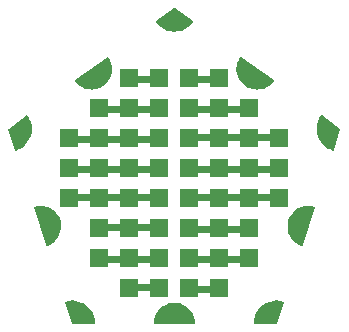
<source format=gbr>
G04 EAGLE Gerber RS-274X export*
G75*
%MOMM*%
%FSLAX34Y34*%
%LPD*%
%INBottom Copper*%
%IPPOS*%
%AMOC8*
5,1,8,0,0,1.08239X$1,22.5*%
G01*
%ADD10C,0.800000*%
%ADD11R,1.600000X1.600000*%
%ADD12C,0.609600*%

G36*
X418224Y425214D02*
X418224Y425214D01*
X418257Y425222D01*
X418306Y425223D01*
X421059Y425776D01*
X421091Y425789D01*
X421138Y425799D01*
X423763Y426796D01*
X423792Y426815D01*
X423837Y426832D01*
X426262Y428248D01*
X426288Y428271D01*
X426329Y428295D01*
X428488Y430091D01*
X428510Y430119D01*
X428547Y430149D01*
X430380Y432276D01*
X430394Y432301D01*
X430415Y432322D01*
X430443Y432388D01*
X430477Y432449D01*
X430481Y432479D01*
X430492Y432505D01*
X430491Y432576D01*
X430499Y432647D01*
X430491Y432675D01*
X430491Y432704D01*
X430463Y432770D01*
X430442Y432838D01*
X430424Y432860D01*
X430412Y432887D01*
X430342Y432958D01*
X430336Y432966D01*
X430325Y432981D01*
X430322Y432983D01*
X430315Y432991D01*
X430305Y432996D01*
X430296Y433006D01*
X402796Y453006D01*
X402769Y453018D01*
X402747Y453037D01*
X402679Y453059D01*
X402615Y453088D01*
X402586Y453089D01*
X402558Y453098D01*
X402487Y453092D01*
X402416Y453094D01*
X402389Y453083D01*
X402360Y453081D01*
X402297Y453047D01*
X402231Y453021D01*
X402210Y453001D01*
X402184Y452987D01*
X402137Y452933D01*
X402130Y452928D01*
X402122Y452916D01*
X402119Y452912D01*
X402089Y452882D01*
X402084Y452872D01*
X402075Y452861D01*
X400617Y450462D01*
X400605Y450429D01*
X400580Y450388D01*
X399537Y447781D01*
X399535Y447771D01*
X399533Y447768D01*
X399528Y447742D01*
X399512Y447702D01*
X398912Y444959D01*
X398912Y444924D01*
X398901Y444877D01*
X398761Y442073D01*
X398766Y442039D01*
X398763Y441991D01*
X399086Y439201D01*
X399097Y439168D01*
X399102Y439120D01*
X399880Y436422D01*
X399894Y436396D01*
X399894Y436395D01*
X399895Y436394D01*
X399896Y436391D01*
X399909Y436345D01*
X401121Y433812D01*
X401141Y433784D01*
X401162Y433741D01*
X402774Y431441D01*
X402799Y431417D01*
X402826Y431378D01*
X404795Y429375D01*
X404823Y429355D01*
X404857Y429321D01*
X407128Y427669D01*
X407159Y427655D01*
X407198Y427627D01*
X409710Y426371D01*
X409744Y426362D01*
X409787Y426341D01*
X412471Y425516D01*
X412506Y425513D01*
X412552Y425498D01*
X415335Y425127D01*
X415369Y425129D01*
X415417Y425122D01*
X418224Y425214D01*
G37*
G36*
X277021Y425128D02*
X277021Y425128D01*
X277069Y425127D01*
X279853Y425498D01*
X279885Y425510D01*
X279933Y425516D01*
X282617Y426341D01*
X282648Y426357D01*
X282694Y426371D01*
X285206Y427627D01*
X285233Y427648D01*
X285276Y427669D01*
X287547Y429321D01*
X287570Y429347D01*
X287609Y429375D01*
X289578Y431378D01*
X289596Y431407D01*
X289630Y431441D01*
X291242Y433741D01*
X291256Y433772D01*
X291283Y433812D01*
X292495Y436345D01*
X292503Y436379D01*
X292524Y436422D01*
X293302Y439120D01*
X293304Y439155D01*
X293318Y439201D01*
X293641Y441991D01*
X293638Y442025D01*
X293643Y442073D01*
X293503Y444877D01*
X293494Y444911D01*
X293492Y444959D01*
X292892Y447702D01*
X292878Y447734D01*
X292867Y447781D01*
X291824Y450388D01*
X291805Y450417D01*
X291787Y450462D01*
X290329Y452861D01*
X290309Y452883D01*
X290296Y452909D01*
X290256Y452943D01*
X290250Y452951D01*
X290240Y452957D01*
X290194Y453007D01*
X290167Y453019D01*
X290145Y453038D01*
X290077Y453060D01*
X290012Y453089D01*
X289983Y453090D01*
X289955Y453098D01*
X289885Y453092D01*
X289814Y453093D01*
X289786Y453083D01*
X289757Y453080D01*
X289679Y453041D01*
X289678Y453041D01*
X289678Y453040D01*
X289668Y453036D01*
X289629Y453020D01*
X289621Y453012D01*
X289608Y453006D01*
X262108Y433006D01*
X262089Y432984D01*
X262064Y432969D01*
X262056Y432958D01*
X262054Y432956D01*
X262022Y432912D01*
X261974Y432859D01*
X261964Y432832D01*
X261947Y432808D01*
X261931Y432739D01*
X261908Y432672D01*
X261909Y432643D01*
X261903Y432614D01*
X261915Y432544D01*
X261920Y432473D01*
X261933Y432447D01*
X261938Y432418D01*
X261989Y432333D01*
X262008Y432295D01*
X262017Y432288D01*
X262024Y432276D01*
X263857Y430149D01*
X263885Y430128D01*
X263916Y430091D01*
X266075Y428295D01*
X266105Y428279D01*
X266142Y428248D01*
X268567Y426832D01*
X268600Y426821D01*
X268641Y426796D01*
X271266Y425799D01*
X271300Y425793D01*
X271345Y425776D01*
X274098Y425223D01*
X274133Y425224D01*
X274180Y425214D01*
X276987Y425122D01*
X277021Y425128D01*
G37*
G36*
X363231Y226509D02*
X363231Y226509D01*
X363260Y226506D01*
X363327Y226528D01*
X363397Y226542D01*
X363421Y226559D01*
X363449Y226568D01*
X363502Y226615D01*
X363561Y226655D01*
X363577Y226679D01*
X363599Y226699D01*
X363630Y226763D01*
X363668Y226822D01*
X363673Y226851D01*
X363685Y226877D01*
X363694Y226977D01*
X363701Y227019D01*
X363698Y227029D01*
X363700Y227043D01*
X363468Y229841D01*
X363458Y229875D01*
X363454Y229923D01*
X362765Y232644D01*
X362750Y232676D01*
X362738Y232722D01*
X361610Y235294D01*
X361590Y235322D01*
X361571Y235366D01*
X360035Y237717D01*
X360011Y237741D01*
X359985Y237782D01*
X358083Y239847D01*
X358055Y239868D01*
X358022Y239903D01*
X355807Y241628D01*
X355776Y241643D01*
X355738Y241673D01*
X353268Y243009D01*
X353235Y243019D01*
X353193Y243042D01*
X350553Y243949D01*
X350537Y243954D01*
X350503Y243959D01*
X350457Y243974D01*
X347688Y244436D01*
X347653Y244435D01*
X347606Y244443D01*
X344798Y244443D01*
X344764Y244436D01*
X344716Y244436D01*
X341947Y243974D01*
X341914Y243962D01*
X341867Y243954D01*
X339211Y243042D01*
X339181Y243025D01*
X339136Y243009D01*
X336666Y241673D01*
X336640Y241651D01*
X336597Y241628D01*
X334382Y239903D01*
X334359Y239877D01*
X334321Y239847D01*
X332419Y237782D01*
X332401Y237752D01*
X332369Y237717D01*
X330833Y235366D01*
X330820Y235334D01*
X330794Y235294D01*
X329666Y232722D01*
X329659Y232689D01*
X329656Y232682D01*
X329650Y232673D01*
X329649Y232667D01*
X329639Y232644D01*
X328950Y229923D01*
X328948Y229888D01*
X328936Y229841D01*
X328704Y227043D01*
X328708Y227014D01*
X328703Y226985D01*
X328720Y226916D01*
X328728Y226846D01*
X328742Y226820D01*
X328749Y226792D01*
X328791Y226735D01*
X328826Y226673D01*
X328850Y226655D01*
X328867Y226632D01*
X328928Y226596D01*
X328985Y226553D01*
X329013Y226545D01*
X329038Y226530D01*
X329136Y226514D01*
X329177Y226503D01*
X329188Y226505D01*
X329202Y226503D01*
X363202Y226503D01*
X363231Y226509D01*
G37*
G36*
X454333Y292709D02*
X454333Y292709D01*
X454362Y292706D01*
X454429Y292729D01*
X454499Y292743D01*
X454523Y292760D01*
X454550Y292769D01*
X454604Y292816D01*
X454662Y292856D01*
X454678Y292881D01*
X454700Y292900D01*
X454746Y292988D01*
X454769Y293024D01*
X454770Y293035D01*
X454777Y293048D01*
X465277Y325348D01*
X465280Y325377D01*
X465291Y325404D01*
X465291Y325475D01*
X465299Y325545D01*
X465291Y325573D01*
X465291Y325602D01*
X465263Y325668D01*
X465243Y325736D01*
X465225Y325758D01*
X465213Y325785D01*
X465162Y325835D01*
X465117Y325890D01*
X465091Y325903D01*
X465070Y325923D01*
X464978Y325962D01*
X464941Y325982D01*
X464929Y325983D01*
X464917Y325988D01*
X462187Y326632D01*
X462152Y326633D01*
X462105Y326644D01*
X459307Y326830D01*
X459272Y326825D01*
X459224Y326828D01*
X456433Y326551D01*
X456400Y326541D01*
X456352Y326536D01*
X453645Y325803D01*
X453614Y325788D01*
X453567Y325775D01*
X451018Y324607D01*
X450990Y324586D01*
X450946Y324566D01*
X448623Y322994D01*
X448599Y322969D01*
X448559Y322942D01*
X446527Y321009D01*
X446507Y320981D01*
X446472Y320947D01*
X444786Y318706D01*
X444771Y318675D01*
X444742Y318636D01*
X443448Y316148D01*
X443438Y316115D01*
X443416Y316072D01*
X442549Y313405D01*
X442545Y313370D01*
X442530Y313325D01*
X442114Y310551D01*
X442115Y310516D01*
X442108Y310469D01*
X442154Y307664D01*
X442155Y307662D01*
X442162Y307630D01*
X442162Y307582D01*
X442669Y304824D01*
X442682Y304791D01*
X442691Y304744D01*
X443645Y302107D01*
X443663Y302077D01*
X443679Y302032D01*
X445054Y299587D01*
X445077Y299561D01*
X445101Y299519D01*
X446859Y297334D01*
X446886Y297312D01*
X446916Y297274D01*
X449011Y295409D01*
X449040Y295391D01*
X449076Y295359D01*
X451449Y293864D01*
X451482Y293852D01*
X451522Y293826D01*
X454109Y292742D01*
X454138Y292736D01*
X454163Y292722D01*
X454234Y292717D01*
X454304Y292703D01*
X454333Y292709D01*
G37*
G36*
X238104Y292708D02*
X238104Y292708D01*
X238133Y292704D01*
X238230Y292726D01*
X238272Y292733D01*
X238282Y292738D01*
X238295Y292742D01*
X240882Y293826D01*
X240910Y293845D01*
X240955Y293864D01*
X243328Y295359D01*
X243353Y295383D01*
X243394Y295409D01*
X245488Y297274D01*
X245509Y297302D01*
X245545Y297334D01*
X247303Y299519D01*
X247319Y299550D01*
X247350Y299587D01*
X248725Y302032D01*
X248735Y302065D01*
X248759Y302107D01*
X249713Y304744D01*
X249718Y304778D01*
X249735Y304824D01*
X250242Y307582D01*
X250241Y307617D01*
X250250Y307664D01*
X250296Y310469D01*
X250289Y310503D01*
X250290Y310551D01*
X249874Y313325D01*
X249862Y313357D01*
X249855Y313405D01*
X248988Y316072D01*
X248971Y316102D01*
X248956Y316148D01*
X247662Y318636D01*
X247640Y318663D01*
X247618Y318706D01*
X245932Y320947D01*
X245906Y320970D01*
X245877Y321009D01*
X243845Y322942D01*
X243816Y322960D01*
X243781Y322994D01*
X241458Y324566D01*
X241426Y324579D01*
X241386Y324607D01*
X238837Y325775D01*
X238803Y325783D01*
X238759Y325803D01*
X236052Y326536D01*
X236017Y326538D01*
X235971Y326551D01*
X233180Y326828D01*
X233145Y326825D01*
X233097Y326830D01*
X230299Y326644D01*
X230265Y326635D01*
X230217Y326632D01*
X227487Y325988D01*
X227461Y325976D01*
X227432Y325971D01*
X227371Y325934D01*
X227307Y325905D01*
X227287Y325883D01*
X227262Y325868D01*
X227221Y325810D01*
X227173Y325758D01*
X227163Y325730D01*
X227146Y325706D01*
X227131Y325637D01*
X227107Y325570D01*
X227109Y325541D01*
X227103Y325512D01*
X227117Y325414D01*
X227120Y325371D01*
X227125Y325361D01*
X227127Y325348D01*
X237627Y293048D01*
X237642Y293022D01*
X237648Y292994D01*
X237690Y292936D01*
X237725Y292875D01*
X237748Y292857D01*
X237765Y292833D01*
X237826Y292797D01*
X237883Y292753D01*
X237911Y292746D01*
X237936Y292731D01*
X238006Y292721D01*
X238075Y292703D01*
X238104Y292708D01*
G37*
G36*
X278630Y226508D02*
X278630Y226508D01*
X278658Y226506D01*
X278726Y226528D01*
X278797Y226542D01*
X278820Y226558D01*
X278847Y226567D01*
X278901Y226614D01*
X278961Y226655D01*
X278976Y226679D01*
X278997Y226697D01*
X279029Y226762D01*
X279068Y226822D01*
X279073Y226850D01*
X279085Y226875D01*
X279094Y226978D01*
X279101Y227019D01*
X279099Y227029D01*
X279100Y227041D01*
X278866Y230017D01*
X278857Y230049D01*
X278854Y230095D01*
X278158Y232998D01*
X278144Y233028D01*
X278134Y233072D01*
X276992Y235831D01*
X276973Y235858D01*
X276956Y235901D01*
X275397Y238446D01*
X275374Y238471D01*
X275351Y238510D01*
X273413Y240780D01*
X273386Y240801D01*
X273357Y240836D01*
X271088Y242775D01*
X271059Y242791D01*
X271024Y242821D01*
X268479Y244382D01*
X268448Y244393D01*
X268409Y244417D01*
X265651Y245560D01*
X265619Y245567D01*
X265577Y245585D01*
X262674Y246282D01*
X262641Y246283D01*
X262597Y246295D01*
X259621Y246529D01*
X259588Y246525D01*
X259542Y246529D01*
X256566Y246296D01*
X256534Y246287D01*
X256489Y246284D01*
X253586Y245587D01*
X253560Y245575D01*
X253532Y245571D01*
X253470Y245534D01*
X253405Y245504D01*
X253386Y245482D01*
X253362Y245468D01*
X253320Y245409D01*
X253272Y245356D01*
X253263Y245329D01*
X253246Y245306D01*
X253231Y245236D01*
X253207Y245168D01*
X253209Y245140D01*
X253203Y245112D01*
X253218Y245012D01*
X253221Y244970D01*
X253225Y244960D01*
X253227Y244947D01*
X259127Y226847D01*
X259142Y226821D01*
X259149Y226792D01*
X259191Y226735D01*
X259225Y226674D01*
X259249Y226656D01*
X259267Y226632D01*
X259327Y226596D01*
X259383Y226553D01*
X259412Y226546D01*
X259438Y226530D01*
X259534Y226514D01*
X259576Y226503D01*
X259588Y226505D01*
X259602Y226503D01*
X278602Y226503D01*
X278630Y226508D01*
G37*
G36*
X432831Y226509D02*
X432831Y226509D01*
X432861Y226506D01*
X432928Y226528D01*
X432997Y226542D01*
X433022Y226559D01*
X433050Y226569D01*
X433103Y226615D01*
X433161Y226655D01*
X433177Y226680D01*
X433199Y226700D01*
X433245Y226786D01*
X433268Y226822D01*
X433270Y226834D01*
X433277Y226847D01*
X439177Y244947D01*
X439180Y244976D01*
X439191Y245002D01*
X439191Y245074D01*
X439199Y245145D01*
X439191Y245172D01*
X439191Y245201D01*
X439164Y245267D01*
X439143Y245336D01*
X439125Y245358D01*
X439114Y245384D01*
X439063Y245434D01*
X439017Y245489D01*
X438992Y245502D01*
X438972Y245522D01*
X438878Y245562D01*
X438841Y245582D01*
X438830Y245582D01*
X438818Y245587D01*
X435915Y246284D01*
X435882Y246285D01*
X435838Y246296D01*
X432862Y246529D01*
X432829Y246525D01*
X432783Y246529D01*
X429807Y246295D01*
X429775Y246285D01*
X429730Y246282D01*
X426827Y245585D01*
X426797Y245571D01*
X426753Y245560D01*
X424040Y244436D01*
X423995Y244417D01*
X423967Y244399D01*
X423925Y244382D01*
X421380Y242821D01*
X421356Y242799D01*
X421316Y242775D01*
X419047Y240836D01*
X419026Y240810D01*
X418991Y240780D01*
X417053Y238510D01*
X417037Y238481D01*
X417007Y238446D01*
X415448Y235901D01*
X415436Y235869D01*
X415412Y235831D01*
X414270Y233072D01*
X414264Y233040D01*
X414246Y232998D01*
X413550Y230095D01*
X413549Y230062D01*
X413538Y230017D01*
X413304Y227041D01*
X413308Y227013D01*
X413303Y226985D01*
X413320Y226915D01*
X413329Y226844D01*
X413343Y226819D01*
X413349Y226792D01*
X413392Y226734D01*
X413428Y226671D01*
X413450Y226655D01*
X413467Y226632D01*
X413529Y226595D01*
X413587Y226552D01*
X413614Y226545D01*
X413638Y226530D01*
X413739Y226513D01*
X413779Y226503D01*
X413790Y226505D01*
X413802Y226503D01*
X432802Y226503D01*
X432831Y226509D01*
G37*
G36*
X349219Y474292D02*
X349219Y474292D01*
X349251Y474301D01*
X349296Y474304D01*
X352201Y475002D01*
X352231Y475016D01*
X352275Y475026D01*
X355035Y476169D01*
X355063Y476187D01*
X355105Y476204D01*
X357652Y477765D01*
X357676Y477788D01*
X357715Y477811D01*
X359986Y479751D01*
X360007Y479777D01*
X360042Y479806D01*
X361982Y482078D01*
X361996Y482103D01*
X362016Y482124D01*
X362044Y482189D01*
X362078Y482252D01*
X362081Y482281D01*
X362092Y482307D01*
X362092Y482379D01*
X362099Y482449D01*
X362091Y482477D01*
X362090Y482506D01*
X362062Y482572D01*
X362041Y482640D01*
X362022Y482662D01*
X362011Y482689D01*
X361941Y482760D01*
X361914Y482792D01*
X361904Y482797D01*
X361894Y482807D01*
X346494Y493907D01*
X346468Y493919D01*
X346447Y493937D01*
X346378Y493959D01*
X346313Y493989D01*
X346284Y493989D01*
X346257Y493998D01*
X346186Y493992D01*
X346114Y493993D01*
X346088Y493983D01*
X346059Y493980D01*
X345968Y493936D01*
X345929Y493920D01*
X345922Y493913D01*
X345910Y493907D01*
X330510Y482807D01*
X330490Y482786D01*
X330465Y482771D01*
X330423Y482713D01*
X330375Y482661D01*
X330365Y482634D01*
X330348Y482610D01*
X330332Y482541D01*
X330308Y482474D01*
X330310Y482445D01*
X330303Y482416D01*
X330315Y482346D01*
X330319Y482275D01*
X330332Y482249D01*
X330337Y482221D01*
X330388Y482135D01*
X330407Y482097D01*
X330415Y482090D01*
X330422Y482078D01*
X332362Y479806D01*
X332388Y479786D01*
X332418Y479751D01*
X334689Y477811D01*
X334718Y477795D01*
X334752Y477765D01*
X337299Y476204D01*
X337330Y476193D01*
X337369Y476169D01*
X340129Y475026D01*
X340161Y475019D01*
X340203Y475002D01*
X343108Y474304D01*
X343141Y474303D01*
X343185Y474292D01*
X346163Y474058D01*
X346196Y474062D01*
X346241Y474058D01*
X349219Y474292D01*
G37*
G36*
X480534Y373209D02*
X480534Y373209D01*
X480563Y373206D01*
X480631Y373229D01*
X480701Y373244D01*
X480724Y373260D01*
X480752Y373270D01*
X480805Y373317D01*
X480864Y373358D01*
X480879Y373382D01*
X480901Y373401D01*
X480947Y373491D01*
X480969Y373527D01*
X480971Y373537D01*
X480977Y373549D01*
X486777Y391549D01*
X486780Y391577D01*
X486792Y391604D01*
X486791Y391675D01*
X486799Y391747D01*
X486791Y391774D01*
X486791Y391803D01*
X486763Y391869D01*
X486742Y391937D01*
X486724Y391959D01*
X486713Y391986D01*
X486643Y392058D01*
X486616Y392090D01*
X486606Y392095D01*
X486597Y392105D01*
X471297Y403305D01*
X471270Y403317D01*
X471248Y403336D01*
X471181Y403358D01*
X471116Y403388D01*
X471087Y403389D01*
X471059Y403398D01*
X470989Y403392D01*
X470918Y403394D01*
X470890Y403384D01*
X470861Y403381D01*
X470798Y403348D01*
X470732Y403322D01*
X470711Y403302D01*
X470686Y403288D01*
X470620Y403213D01*
X470590Y403183D01*
X470585Y403173D01*
X470576Y403163D01*
X469021Y400623D01*
X469010Y400592D01*
X468986Y400553D01*
X467847Y397801D01*
X467841Y397769D01*
X467823Y397727D01*
X467129Y394831D01*
X467128Y394798D01*
X467117Y394754D01*
X466884Y391785D01*
X466888Y391752D01*
X466884Y391706D01*
X467119Y388738D01*
X467128Y388706D01*
X467131Y388660D01*
X467828Y385765D01*
X467842Y385735D01*
X467852Y385691D01*
X468992Y382940D01*
X469011Y382912D01*
X469028Y382870D01*
X470585Y380331D01*
X470608Y380307D01*
X470631Y380268D01*
X472566Y378004D01*
X472592Y377984D01*
X472621Y377949D01*
X474887Y376016D01*
X474916Y376000D01*
X474950Y375970D01*
X477490Y374415D01*
X477521Y374403D01*
X477559Y374379D01*
X480311Y373241D01*
X480339Y373235D01*
X480365Y373222D01*
X480436Y373216D01*
X480506Y373203D01*
X480534Y373209D01*
G37*
G36*
X211902Y373208D02*
X211902Y373208D01*
X211931Y373204D01*
X212029Y373226D01*
X212071Y373232D01*
X212080Y373238D01*
X212093Y373241D01*
X214845Y374379D01*
X214872Y374398D01*
X214914Y374415D01*
X217454Y375970D01*
X217478Y375992D01*
X217518Y376016D01*
X219783Y377949D01*
X219803Y377975D01*
X219838Y378004D01*
X221773Y380268D01*
X221789Y380297D01*
X221819Y380331D01*
X223376Y382870D01*
X223387Y382901D01*
X223412Y382940D01*
X224552Y385691D01*
X224559Y385723D01*
X224576Y385765D01*
X225273Y388660D01*
X225274Y388694D01*
X225285Y388738D01*
X225520Y391706D01*
X225516Y391739D01*
X225520Y391785D01*
X225287Y394754D01*
X225278Y394786D01*
X225275Y394831D01*
X224581Y397727D01*
X224567Y397757D01*
X224557Y397801D01*
X223418Y400553D01*
X223400Y400581D01*
X223383Y400623D01*
X221828Y403163D01*
X221808Y403184D01*
X221795Y403210D01*
X221741Y403256D01*
X221692Y403308D01*
X221666Y403320D01*
X221643Y403339D01*
X221576Y403360D01*
X221511Y403389D01*
X221482Y403390D01*
X221454Y403399D01*
X221383Y403392D01*
X221312Y403393D01*
X221285Y403382D01*
X221256Y403379D01*
X221167Y403335D01*
X221127Y403319D01*
X221119Y403311D01*
X221107Y403305D01*
X205807Y392105D01*
X205788Y392084D01*
X205763Y392069D01*
X205722Y392011D01*
X205673Y391958D01*
X205664Y391931D01*
X205647Y391907D01*
X205631Y391838D01*
X205607Y391770D01*
X205609Y391742D01*
X205603Y391714D01*
X205617Y391614D01*
X205620Y391572D01*
X205625Y391562D01*
X205627Y391549D01*
X211427Y373549D01*
X211441Y373524D01*
X211447Y373496D01*
X211489Y373438D01*
X211524Y373376D01*
X211547Y373358D01*
X211564Y373335D01*
X211625Y373298D01*
X211682Y373254D01*
X211709Y373247D01*
X211734Y373232D01*
X211805Y373222D01*
X211874Y373204D01*
X211902Y373208D01*
G37*
D10*
X346202Y486702D03*
X479802Y389602D03*
X428802Y232502D03*
X263602Y232502D03*
X212602Y389602D03*
X413002Y438202D03*
X454302Y311102D03*
X346202Y232502D03*
X238102Y311102D03*
X279402Y438202D03*
D11*
X333502Y358902D03*
X333502Y333502D03*
X358902Y358902D03*
X358902Y333502D03*
X308102Y333502D03*
X282702Y333502D03*
X257302Y333502D03*
X257302Y358902D03*
X282702Y358902D03*
X308102Y358902D03*
X384302Y358902D03*
X409702Y358902D03*
X435102Y358902D03*
X435102Y333502D03*
X409702Y333502D03*
X384302Y333502D03*
X282702Y384302D03*
X257302Y384302D03*
X308102Y384302D03*
X333502Y384302D03*
X358902Y384302D03*
X384302Y384302D03*
X409702Y384302D03*
X435102Y384302D03*
X282702Y308102D03*
X308102Y308102D03*
X333502Y308102D03*
X358902Y308102D03*
X384302Y308102D03*
X409702Y308102D03*
X282702Y282702D03*
X308102Y282702D03*
X333502Y282702D03*
X358902Y282702D03*
X384302Y282702D03*
X409702Y282702D03*
X282702Y409702D03*
X308102Y409702D03*
X333502Y409702D03*
X358902Y409702D03*
X384302Y409702D03*
X409702Y409702D03*
X384302Y435102D03*
X358902Y435102D03*
X333502Y435102D03*
X308102Y435102D03*
X308102Y257302D03*
X333502Y257302D03*
X358902Y257302D03*
X384302Y257302D03*
D12*
X334010Y434340D02*
X307340Y434340D01*
X359410Y434340D02*
X384810Y434340D01*
X408940Y410210D02*
X407670Y408940D01*
X358140Y408940D01*
X334010Y408940D02*
X283210Y408940D01*
X256540Y383540D02*
X334010Y383540D01*
X334010Y358140D02*
X256540Y358140D01*
X256540Y334010D02*
X334010Y334010D01*
X359410Y384810D02*
X434340Y384810D01*
X435610Y383540D01*
X436880Y358140D02*
X358140Y358140D01*
X358140Y334010D02*
X434340Y334010D01*
X435610Y332740D01*
X411480Y307340D02*
X358140Y307340D01*
X358140Y281940D02*
X410210Y281940D01*
X384810Y256540D02*
X356870Y256540D01*
X334010Y257810D02*
X307340Y257810D01*
X332740Y308610D02*
X281940Y308610D01*
X281940Y283210D02*
X283210Y281940D01*
X334010Y281940D01*
M02*

</source>
